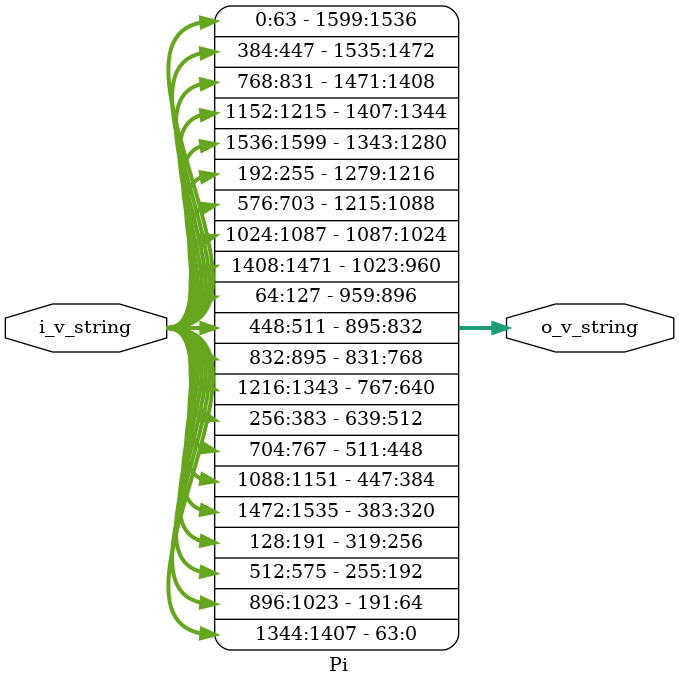
<source format=v>
`timescale 1ns / 1ps

module Pi(input wire[0:1599] i_v_string, output wire[0:1599] o_v_string);
    genvar x, y, z;
        generate
        for (x = 0; x < 5; x = x + 1)
            begin :xloop
            for (y = 0; y < 5; y = y + 1)
                begin :yloop
                for (z = 0; z < 64; z = z + 1)
                    begin :zloop
                    assign o_v_string[64*(5*y+x) + z] = i_v_string[64*(5*x+(x+3*y)%5) + z];
                    end
                end
            end
        endgenerate

endmodule
</source>
